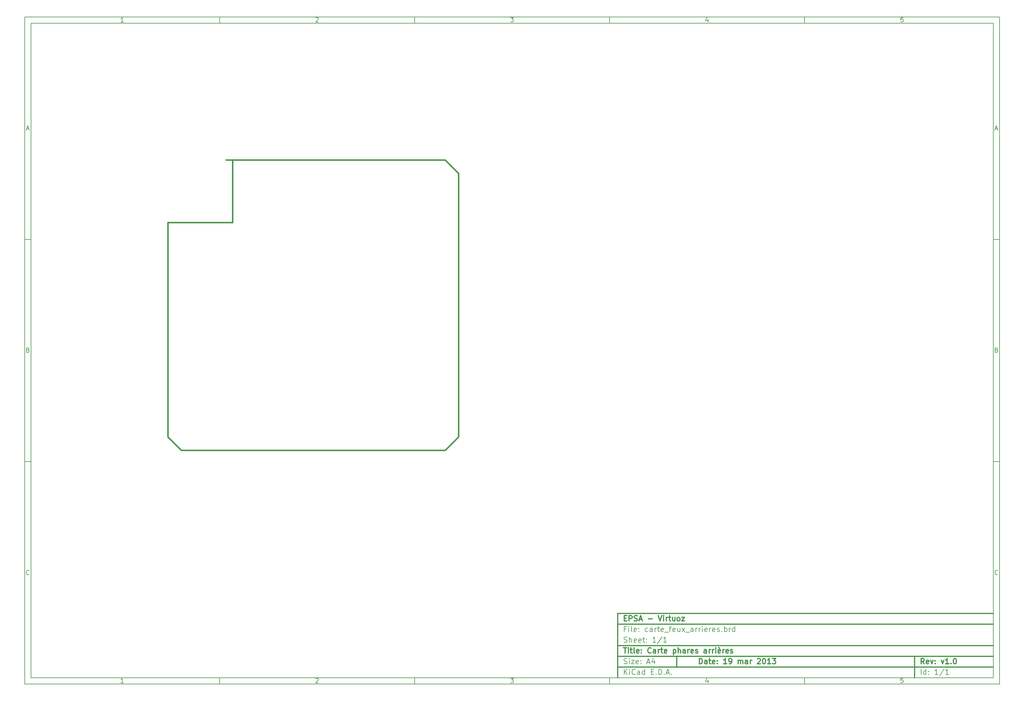
<source format=gbr>
G04 (created by PCBNEW-RS274X (2012-01-19 BZR 3256)-stable) date 19/03/2013 15:20:05*
G01*
G70*
G90*
%MOIN*%
G04 Gerber Fmt 3.4, Leading zero omitted, Abs format*
%FSLAX34Y34*%
G04 APERTURE LIST*
%ADD10C,0.006000*%
%ADD11C,0.012000*%
%ADD12C,0.015000*%
G04 APERTURE END LIST*
G54D10*
X04000Y-04000D02*
X113000Y-04000D01*
X113000Y-78670D01*
X04000Y-78670D01*
X04000Y-04000D01*
X04700Y-04700D02*
X112300Y-04700D01*
X112300Y-77970D01*
X04700Y-77970D01*
X04700Y-04700D01*
X25800Y-04000D02*
X25800Y-04700D01*
X15043Y-04552D02*
X14757Y-04552D01*
X14900Y-04552D02*
X14900Y-04052D01*
X14852Y-04124D01*
X14805Y-04171D01*
X14757Y-04195D01*
X25800Y-78670D02*
X25800Y-77970D01*
X15043Y-78522D02*
X14757Y-78522D01*
X14900Y-78522D02*
X14900Y-78022D01*
X14852Y-78094D01*
X14805Y-78141D01*
X14757Y-78165D01*
X47600Y-04000D02*
X47600Y-04700D01*
X36557Y-04100D02*
X36581Y-04076D01*
X36629Y-04052D01*
X36748Y-04052D01*
X36795Y-04076D01*
X36819Y-04100D01*
X36843Y-04148D01*
X36843Y-04195D01*
X36819Y-04267D01*
X36533Y-04552D01*
X36843Y-04552D01*
X47600Y-78670D02*
X47600Y-77970D01*
X36557Y-78070D02*
X36581Y-78046D01*
X36629Y-78022D01*
X36748Y-78022D01*
X36795Y-78046D01*
X36819Y-78070D01*
X36843Y-78118D01*
X36843Y-78165D01*
X36819Y-78237D01*
X36533Y-78522D01*
X36843Y-78522D01*
X69400Y-04000D02*
X69400Y-04700D01*
X58333Y-04052D02*
X58643Y-04052D01*
X58476Y-04243D01*
X58548Y-04243D01*
X58595Y-04267D01*
X58619Y-04290D01*
X58643Y-04338D01*
X58643Y-04457D01*
X58619Y-04505D01*
X58595Y-04529D01*
X58548Y-04552D01*
X58405Y-04552D01*
X58357Y-04529D01*
X58333Y-04505D01*
X69400Y-78670D02*
X69400Y-77970D01*
X58333Y-78022D02*
X58643Y-78022D01*
X58476Y-78213D01*
X58548Y-78213D01*
X58595Y-78237D01*
X58619Y-78260D01*
X58643Y-78308D01*
X58643Y-78427D01*
X58619Y-78475D01*
X58595Y-78499D01*
X58548Y-78522D01*
X58405Y-78522D01*
X58357Y-78499D01*
X58333Y-78475D01*
X91200Y-04000D02*
X91200Y-04700D01*
X80395Y-04219D02*
X80395Y-04552D01*
X80276Y-04029D02*
X80157Y-04386D01*
X80467Y-04386D01*
X91200Y-78670D02*
X91200Y-77970D01*
X80395Y-78189D02*
X80395Y-78522D01*
X80276Y-77999D02*
X80157Y-78356D01*
X80467Y-78356D01*
X102219Y-04052D02*
X101981Y-04052D01*
X101957Y-04290D01*
X101981Y-04267D01*
X102029Y-04243D01*
X102148Y-04243D01*
X102195Y-04267D01*
X102219Y-04290D01*
X102243Y-04338D01*
X102243Y-04457D01*
X102219Y-04505D01*
X102195Y-04529D01*
X102148Y-04552D01*
X102029Y-04552D01*
X101981Y-04529D01*
X101957Y-04505D01*
X102219Y-78022D02*
X101981Y-78022D01*
X101957Y-78260D01*
X101981Y-78237D01*
X102029Y-78213D01*
X102148Y-78213D01*
X102195Y-78237D01*
X102219Y-78260D01*
X102243Y-78308D01*
X102243Y-78427D01*
X102219Y-78475D01*
X102195Y-78499D01*
X102148Y-78522D01*
X102029Y-78522D01*
X101981Y-78499D01*
X101957Y-78475D01*
X04000Y-28890D02*
X04700Y-28890D01*
X04231Y-16510D02*
X04469Y-16510D01*
X04184Y-16652D02*
X04350Y-16152D01*
X04517Y-16652D01*
X113000Y-28890D02*
X112300Y-28890D01*
X112531Y-16510D02*
X112769Y-16510D01*
X112484Y-16652D02*
X112650Y-16152D01*
X112817Y-16652D01*
X04000Y-53780D02*
X04700Y-53780D01*
X04386Y-41280D02*
X04457Y-41304D01*
X04481Y-41328D01*
X04505Y-41376D01*
X04505Y-41447D01*
X04481Y-41495D01*
X04457Y-41519D01*
X04410Y-41542D01*
X04219Y-41542D01*
X04219Y-41042D01*
X04386Y-41042D01*
X04433Y-41066D01*
X04457Y-41090D01*
X04481Y-41138D01*
X04481Y-41185D01*
X04457Y-41233D01*
X04433Y-41257D01*
X04386Y-41280D01*
X04219Y-41280D01*
X113000Y-53780D02*
X112300Y-53780D01*
X112686Y-41280D02*
X112757Y-41304D01*
X112781Y-41328D01*
X112805Y-41376D01*
X112805Y-41447D01*
X112781Y-41495D01*
X112757Y-41519D01*
X112710Y-41542D01*
X112519Y-41542D01*
X112519Y-41042D01*
X112686Y-41042D01*
X112733Y-41066D01*
X112757Y-41090D01*
X112781Y-41138D01*
X112781Y-41185D01*
X112757Y-41233D01*
X112733Y-41257D01*
X112686Y-41280D01*
X112519Y-41280D01*
X04505Y-66385D02*
X04481Y-66409D01*
X04410Y-66432D01*
X04362Y-66432D01*
X04290Y-66409D01*
X04243Y-66361D01*
X04219Y-66313D01*
X04195Y-66218D01*
X04195Y-66147D01*
X04219Y-66051D01*
X04243Y-66004D01*
X04290Y-65956D01*
X04362Y-65932D01*
X04410Y-65932D01*
X04481Y-65956D01*
X04505Y-65980D01*
X112805Y-66385D02*
X112781Y-66409D01*
X112710Y-66432D01*
X112662Y-66432D01*
X112590Y-66409D01*
X112543Y-66361D01*
X112519Y-66313D01*
X112495Y-66218D01*
X112495Y-66147D01*
X112519Y-66051D01*
X112543Y-66004D01*
X112590Y-65956D01*
X112662Y-65932D01*
X112710Y-65932D01*
X112781Y-65956D01*
X112805Y-65980D01*
G54D11*
X79443Y-76413D02*
X79443Y-75813D01*
X79586Y-75813D01*
X79671Y-75841D01*
X79729Y-75899D01*
X79757Y-75956D01*
X79786Y-76070D01*
X79786Y-76156D01*
X79757Y-76270D01*
X79729Y-76327D01*
X79671Y-76384D01*
X79586Y-76413D01*
X79443Y-76413D01*
X80300Y-76413D02*
X80300Y-76099D01*
X80271Y-76041D01*
X80214Y-76013D01*
X80100Y-76013D01*
X80043Y-76041D01*
X80300Y-76384D02*
X80243Y-76413D01*
X80100Y-76413D01*
X80043Y-76384D01*
X80014Y-76327D01*
X80014Y-76270D01*
X80043Y-76213D01*
X80100Y-76184D01*
X80243Y-76184D01*
X80300Y-76156D01*
X80500Y-76013D02*
X80729Y-76013D01*
X80586Y-75813D02*
X80586Y-76327D01*
X80614Y-76384D01*
X80672Y-76413D01*
X80729Y-76413D01*
X81157Y-76384D02*
X81100Y-76413D01*
X80986Y-76413D01*
X80929Y-76384D01*
X80900Y-76327D01*
X80900Y-76099D01*
X80929Y-76041D01*
X80986Y-76013D01*
X81100Y-76013D01*
X81157Y-76041D01*
X81186Y-76099D01*
X81186Y-76156D01*
X80900Y-76213D01*
X81443Y-76356D02*
X81471Y-76384D01*
X81443Y-76413D01*
X81414Y-76384D01*
X81443Y-76356D01*
X81443Y-76413D01*
X81443Y-76041D02*
X81471Y-76070D01*
X81443Y-76099D01*
X81414Y-76070D01*
X81443Y-76041D01*
X81443Y-76099D01*
X82500Y-76413D02*
X82157Y-76413D01*
X82329Y-76413D02*
X82329Y-75813D01*
X82272Y-75899D01*
X82214Y-75956D01*
X82157Y-75984D01*
X82785Y-76413D02*
X82900Y-76413D01*
X82957Y-76384D01*
X82985Y-76356D01*
X83043Y-76270D01*
X83071Y-76156D01*
X83071Y-75927D01*
X83043Y-75870D01*
X83014Y-75841D01*
X82957Y-75813D01*
X82843Y-75813D01*
X82785Y-75841D01*
X82757Y-75870D01*
X82728Y-75927D01*
X82728Y-76070D01*
X82757Y-76127D01*
X82785Y-76156D01*
X82843Y-76184D01*
X82957Y-76184D01*
X83014Y-76156D01*
X83043Y-76127D01*
X83071Y-76070D01*
X83785Y-76413D02*
X83785Y-76013D01*
X83785Y-76070D02*
X83813Y-76041D01*
X83871Y-76013D01*
X83956Y-76013D01*
X84013Y-76041D01*
X84042Y-76099D01*
X84042Y-76413D01*
X84042Y-76099D02*
X84071Y-76041D01*
X84128Y-76013D01*
X84213Y-76013D01*
X84271Y-76041D01*
X84299Y-76099D01*
X84299Y-76413D01*
X84842Y-76413D02*
X84842Y-76099D01*
X84813Y-76041D01*
X84756Y-76013D01*
X84642Y-76013D01*
X84585Y-76041D01*
X84842Y-76384D02*
X84785Y-76413D01*
X84642Y-76413D01*
X84585Y-76384D01*
X84556Y-76327D01*
X84556Y-76270D01*
X84585Y-76213D01*
X84642Y-76184D01*
X84785Y-76184D01*
X84842Y-76156D01*
X85128Y-76413D02*
X85128Y-76013D01*
X85128Y-76127D02*
X85156Y-76070D01*
X85185Y-76041D01*
X85242Y-76013D01*
X85299Y-76013D01*
X85927Y-75870D02*
X85956Y-75841D01*
X86013Y-75813D01*
X86156Y-75813D01*
X86213Y-75841D01*
X86242Y-75870D01*
X86270Y-75927D01*
X86270Y-75984D01*
X86242Y-76070D01*
X85899Y-76413D01*
X86270Y-76413D01*
X86641Y-75813D02*
X86698Y-75813D01*
X86755Y-75841D01*
X86784Y-75870D01*
X86813Y-75927D01*
X86841Y-76041D01*
X86841Y-76184D01*
X86813Y-76299D01*
X86784Y-76356D01*
X86755Y-76384D01*
X86698Y-76413D01*
X86641Y-76413D01*
X86584Y-76384D01*
X86555Y-76356D01*
X86527Y-76299D01*
X86498Y-76184D01*
X86498Y-76041D01*
X86527Y-75927D01*
X86555Y-75870D01*
X86584Y-75841D01*
X86641Y-75813D01*
X87412Y-76413D02*
X87069Y-76413D01*
X87241Y-76413D02*
X87241Y-75813D01*
X87184Y-75899D01*
X87126Y-75956D01*
X87069Y-75984D01*
X87612Y-75813D02*
X87983Y-75813D01*
X87783Y-76041D01*
X87869Y-76041D01*
X87926Y-76070D01*
X87955Y-76099D01*
X87983Y-76156D01*
X87983Y-76299D01*
X87955Y-76356D01*
X87926Y-76384D01*
X87869Y-76413D01*
X87697Y-76413D01*
X87640Y-76384D01*
X87612Y-76356D01*
G54D10*
X71043Y-77613D02*
X71043Y-77013D01*
X71386Y-77613D02*
X71129Y-77270D01*
X71386Y-77013D02*
X71043Y-77356D01*
X71643Y-77613D02*
X71643Y-77213D01*
X71643Y-77013D02*
X71614Y-77041D01*
X71643Y-77070D01*
X71671Y-77041D01*
X71643Y-77013D01*
X71643Y-77070D01*
X72272Y-77556D02*
X72243Y-77584D01*
X72157Y-77613D01*
X72100Y-77613D01*
X72015Y-77584D01*
X71957Y-77527D01*
X71929Y-77470D01*
X71900Y-77356D01*
X71900Y-77270D01*
X71929Y-77156D01*
X71957Y-77099D01*
X72015Y-77041D01*
X72100Y-77013D01*
X72157Y-77013D01*
X72243Y-77041D01*
X72272Y-77070D01*
X72786Y-77613D02*
X72786Y-77299D01*
X72757Y-77241D01*
X72700Y-77213D01*
X72586Y-77213D01*
X72529Y-77241D01*
X72786Y-77584D02*
X72729Y-77613D01*
X72586Y-77613D01*
X72529Y-77584D01*
X72500Y-77527D01*
X72500Y-77470D01*
X72529Y-77413D01*
X72586Y-77384D01*
X72729Y-77384D01*
X72786Y-77356D01*
X73329Y-77613D02*
X73329Y-77013D01*
X73329Y-77584D02*
X73272Y-77613D01*
X73158Y-77613D01*
X73100Y-77584D01*
X73072Y-77556D01*
X73043Y-77499D01*
X73043Y-77327D01*
X73072Y-77270D01*
X73100Y-77241D01*
X73158Y-77213D01*
X73272Y-77213D01*
X73329Y-77241D01*
X74072Y-77299D02*
X74272Y-77299D01*
X74358Y-77613D02*
X74072Y-77613D01*
X74072Y-77013D01*
X74358Y-77013D01*
X74615Y-77556D02*
X74643Y-77584D01*
X74615Y-77613D01*
X74586Y-77584D01*
X74615Y-77556D01*
X74615Y-77613D01*
X74901Y-77613D02*
X74901Y-77013D01*
X75044Y-77013D01*
X75129Y-77041D01*
X75187Y-77099D01*
X75215Y-77156D01*
X75244Y-77270D01*
X75244Y-77356D01*
X75215Y-77470D01*
X75187Y-77527D01*
X75129Y-77584D01*
X75044Y-77613D01*
X74901Y-77613D01*
X75501Y-77556D02*
X75529Y-77584D01*
X75501Y-77613D01*
X75472Y-77584D01*
X75501Y-77556D01*
X75501Y-77613D01*
X75758Y-77441D02*
X76044Y-77441D01*
X75701Y-77613D02*
X75901Y-77013D01*
X76101Y-77613D01*
X76301Y-77556D02*
X76329Y-77584D01*
X76301Y-77613D01*
X76272Y-77584D01*
X76301Y-77556D01*
X76301Y-77613D01*
G54D11*
X104586Y-76413D02*
X104386Y-76127D01*
X104243Y-76413D02*
X104243Y-75813D01*
X104471Y-75813D01*
X104529Y-75841D01*
X104557Y-75870D01*
X104586Y-75927D01*
X104586Y-76013D01*
X104557Y-76070D01*
X104529Y-76099D01*
X104471Y-76127D01*
X104243Y-76127D01*
X105071Y-76384D02*
X105014Y-76413D01*
X104900Y-76413D01*
X104843Y-76384D01*
X104814Y-76327D01*
X104814Y-76099D01*
X104843Y-76041D01*
X104900Y-76013D01*
X105014Y-76013D01*
X105071Y-76041D01*
X105100Y-76099D01*
X105100Y-76156D01*
X104814Y-76213D01*
X105300Y-76013D02*
X105443Y-76413D01*
X105585Y-76013D01*
X105814Y-76356D02*
X105842Y-76384D01*
X105814Y-76413D01*
X105785Y-76384D01*
X105814Y-76356D01*
X105814Y-76413D01*
X105814Y-76041D02*
X105842Y-76070D01*
X105814Y-76099D01*
X105785Y-76070D01*
X105814Y-76041D01*
X105814Y-76099D01*
X106500Y-76013D02*
X106643Y-76413D01*
X106785Y-76013D01*
X107328Y-76413D02*
X106985Y-76413D01*
X107157Y-76413D02*
X107157Y-75813D01*
X107100Y-75899D01*
X107042Y-75956D01*
X106985Y-75984D01*
X107585Y-76356D02*
X107613Y-76384D01*
X107585Y-76413D01*
X107556Y-76384D01*
X107585Y-76356D01*
X107585Y-76413D01*
X107985Y-75813D02*
X108042Y-75813D01*
X108099Y-75841D01*
X108128Y-75870D01*
X108157Y-75927D01*
X108185Y-76041D01*
X108185Y-76184D01*
X108157Y-76299D01*
X108128Y-76356D01*
X108099Y-76384D01*
X108042Y-76413D01*
X107985Y-76413D01*
X107928Y-76384D01*
X107899Y-76356D01*
X107871Y-76299D01*
X107842Y-76184D01*
X107842Y-76041D01*
X107871Y-75927D01*
X107899Y-75870D01*
X107928Y-75841D01*
X107985Y-75813D01*
G54D10*
X71014Y-76384D02*
X71100Y-76413D01*
X71243Y-76413D01*
X71300Y-76384D01*
X71329Y-76356D01*
X71357Y-76299D01*
X71357Y-76241D01*
X71329Y-76184D01*
X71300Y-76156D01*
X71243Y-76127D01*
X71129Y-76099D01*
X71071Y-76070D01*
X71043Y-76041D01*
X71014Y-75984D01*
X71014Y-75927D01*
X71043Y-75870D01*
X71071Y-75841D01*
X71129Y-75813D01*
X71271Y-75813D01*
X71357Y-75841D01*
X71614Y-76413D02*
X71614Y-76013D01*
X71614Y-75813D02*
X71585Y-75841D01*
X71614Y-75870D01*
X71642Y-75841D01*
X71614Y-75813D01*
X71614Y-75870D01*
X71843Y-76013D02*
X72157Y-76013D01*
X71843Y-76413D01*
X72157Y-76413D01*
X72614Y-76384D02*
X72557Y-76413D01*
X72443Y-76413D01*
X72386Y-76384D01*
X72357Y-76327D01*
X72357Y-76099D01*
X72386Y-76041D01*
X72443Y-76013D01*
X72557Y-76013D01*
X72614Y-76041D01*
X72643Y-76099D01*
X72643Y-76156D01*
X72357Y-76213D01*
X72900Y-76356D02*
X72928Y-76384D01*
X72900Y-76413D01*
X72871Y-76384D01*
X72900Y-76356D01*
X72900Y-76413D01*
X72900Y-76041D02*
X72928Y-76070D01*
X72900Y-76099D01*
X72871Y-76070D01*
X72900Y-76041D01*
X72900Y-76099D01*
X73614Y-76241D02*
X73900Y-76241D01*
X73557Y-76413D02*
X73757Y-75813D01*
X73957Y-76413D01*
X74414Y-76013D02*
X74414Y-76413D01*
X74271Y-75784D02*
X74128Y-76213D01*
X74500Y-76213D01*
X104243Y-77613D02*
X104243Y-77013D01*
X104786Y-77613D02*
X104786Y-77013D01*
X104786Y-77584D02*
X104729Y-77613D01*
X104615Y-77613D01*
X104557Y-77584D01*
X104529Y-77556D01*
X104500Y-77499D01*
X104500Y-77327D01*
X104529Y-77270D01*
X104557Y-77241D01*
X104615Y-77213D01*
X104729Y-77213D01*
X104786Y-77241D01*
X105072Y-77556D02*
X105100Y-77584D01*
X105072Y-77613D01*
X105043Y-77584D01*
X105072Y-77556D01*
X105072Y-77613D01*
X105072Y-77241D02*
X105100Y-77270D01*
X105072Y-77299D01*
X105043Y-77270D01*
X105072Y-77241D01*
X105072Y-77299D01*
X106129Y-77613D02*
X105786Y-77613D01*
X105958Y-77613D02*
X105958Y-77013D01*
X105901Y-77099D01*
X105843Y-77156D01*
X105786Y-77184D01*
X106814Y-76984D02*
X106300Y-77756D01*
X107329Y-77613D02*
X106986Y-77613D01*
X107158Y-77613D02*
X107158Y-77013D01*
X107101Y-77099D01*
X107043Y-77156D01*
X106986Y-77184D01*
G54D11*
X70957Y-74613D02*
X71300Y-74613D01*
X71129Y-75213D02*
X71129Y-74613D01*
X71500Y-75213D02*
X71500Y-74813D01*
X71500Y-74613D02*
X71471Y-74641D01*
X71500Y-74670D01*
X71528Y-74641D01*
X71500Y-74613D01*
X71500Y-74670D01*
X71700Y-74813D02*
X71929Y-74813D01*
X71786Y-74613D02*
X71786Y-75127D01*
X71814Y-75184D01*
X71872Y-75213D01*
X71929Y-75213D01*
X72215Y-75213D02*
X72157Y-75184D01*
X72129Y-75127D01*
X72129Y-74613D01*
X72671Y-75184D02*
X72614Y-75213D01*
X72500Y-75213D01*
X72443Y-75184D01*
X72414Y-75127D01*
X72414Y-74899D01*
X72443Y-74841D01*
X72500Y-74813D01*
X72614Y-74813D01*
X72671Y-74841D01*
X72700Y-74899D01*
X72700Y-74956D01*
X72414Y-75013D01*
X72957Y-75156D02*
X72985Y-75184D01*
X72957Y-75213D01*
X72928Y-75184D01*
X72957Y-75156D01*
X72957Y-75213D01*
X72957Y-74841D02*
X72985Y-74870D01*
X72957Y-74899D01*
X72928Y-74870D01*
X72957Y-74841D01*
X72957Y-74899D01*
X74043Y-75156D02*
X74014Y-75184D01*
X73928Y-75213D01*
X73871Y-75213D01*
X73786Y-75184D01*
X73728Y-75127D01*
X73700Y-75070D01*
X73671Y-74956D01*
X73671Y-74870D01*
X73700Y-74756D01*
X73728Y-74699D01*
X73786Y-74641D01*
X73871Y-74613D01*
X73928Y-74613D01*
X74014Y-74641D01*
X74043Y-74670D01*
X74557Y-75213D02*
X74557Y-74899D01*
X74528Y-74841D01*
X74471Y-74813D01*
X74357Y-74813D01*
X74300Y-74841D01*
X74557Y-75184D02*
X74500Y-75213D01*
X74357Y-75213D01*
X74300Y-75184D01*
X74271Y-75127D01*
X74271Y-75070D01*
X74300Y-75013D01*
X74357Y-74984D01*
X74500Y-74984D01*
X74557Y-74956D01*
X74843Y-75213D02*
X74843Y-74813D01*
X74843Y-74927D02*
X74871Y-74870D01*
X74900Y-74841D01*
X74957Y-74813D01*
X75014Y-74813D01*
X75128Y-74813D02*
X75357Y-74813D01*
X75214Y-74613D02*
X75214Y-75127D01*
X75242Y-75184D01*
X75300Y-75213D01*
X75357Y-75213D01*
X75785Y-75184D02*
X75728Y-75213D01*
X75614Y-75213D01*
X75557Y-75184D01*
X75528Y-75127D01*
X75528Y-74899D01*
X75557Y-74841D01*
X75614Y-74813D01*
X75728Y-74813D01*
X75785Y-74841D01*
X75814Y-74899D01*
X75814Y-74956D01*
X75528Y-75013D01*
X76528Y-74813D02*
X76528Y-75413D01*
X76528Y-74841D02*
X76585Y-74813D01*
X76699Y-74813D01*
X76756Y-74841D01*
X76785Y-74870D01*
X76814Y-74927D01*
X76814Y-75099D01*
X76785Y-75156D01*
X76756Y-75184D01*
X76699Y-75213D01*
X76585Y-75213D01*
X76528Y-75184D01*
X77071Y-75213D02*
X77071Y-74613D01*
X77328Y-75213D02*
X77328Y-74899D01*
X77299Y-74841D01*
X77242Y-74813D01*
X77157Y-74813D01*
X77099Y-74841D01*
X77071Y-74870D01*
X77871Y-75213D02*
X77871Y-74899D01*
X77842Y-74841D01*
X77785Y-74813D01*
X77671Y-74813D01*
X77614Y-74841D01*
X77871Y-75184D02*
X77814Y-75213D01*
X77671Y-75213D01*
X77614Y-75184D01*
X77585Y-75127D01*
X77585Y-75070D01*
X77614Y-75013D01*
X77671Y-74984D01*
X77814Y-74984D01*
X77871Y-74956D01*
X78157Y-75213D02*
X78157Y-74813D01*
X78157Y-74927D02*
X78185Y-74870D01*
X78214Y-74841D01*
X78271Y-74813D01*
X78328Y-74813D01*
X78756Y-75184D02*
X78699Y-75213D01*
X78585Y-75213D01*
X78528Y-75184D01*
X78499Y-75127D01*
X78499Y-74899D01*
X78528Y-74841D01*
X78585Y-74813D01*
X78699Y-74813D01*
X78756Y-74841D01*
X78785Y-74899D01*
X78785Y-74956D01*
X78499Y-75013D01*
X79013Y-75184D02*
X79070Y-75213D01*
X79185Y-75213D01*
X79242Y-75184D01*
X79270Y-75127D01*
X79270Y-75099D01*
X79242Y-75041D01*
X79185Y-75013D01*
X79099Y-75013D01*
X79042Y-74984D01*
X79013Y-74927D01*
X79013Y-74899D01*
X79042Y-74841D01*
X79099Y-74813D01*
X79185Y-74813D01*
X79242Y-74841D01*
X80242Y-75213D02*
X80242Y-74899D01*
X80213Y-74841D01*
X80156Y-74813D01*
X80042Y-74813D01*
X79985Y-74841D01*
X80242Y-75184D02*
X80185Y-75213D01*
X80042Y-75213D01*
X79985Y-75184D01*
X79956Y-75127D01*
X79956Y-75070D01*
X79985Y-75013D01*
X80042Y-74984D01*
X80185Y-74984D01*
X80242Y-74956D01*
X80528Y-75213D02*
X80528Y-74813D01*
X80528Y-74927D02*
X80556Y-74870D01*
X80585Y-74841D01*
X80642Y-74813D01*
X80699Y-74813D01*
X80899Y-75213D02*
X80899Y-74813D01*
X80899Y-74927D02*
X80927Y-74870D01*
X80956Y-74841D01*
X81013Y-74813D01*
X81070Y-74813D01*
X81270Y-75213D02*
X81270Y-74813D01*
X81270Y-74613D02*
X81241Y-74641D01*
X81270Y-74670D01*
X81298Y-74641D01*
X81270Y-74613D01*
X81270Y-74670D01*
X81784Y-75184D02*
X81727Y-75213D01*
X81613Y-75213D01*
X81556Y-75184D01*
X81527Y-75127D01*
X81527Y-74899D01*
X81556Y-74841D01*
X81613Y-74813D01*
X81727Y-74813D01*
X81784Y-74841D01*
X81813Y-74899D01*
X81813Y-74956D01*
X81527Y-75013D01*
X81613Y-74584D02*
X81699Y-74670D01*
X82070Y-75213D02*
X82070Y-74813D01*
X82070Y-74927D02*
X82098Y-74870D01*
X82127Y-74841D01*
X82184Y-74813D01*
X82241Y-74813D01*
X82669Y-75184D02*
X82612Y-75213D01*
X82498Y-75213D01*
X82441Y-75184D01*
X82412Y-75127D01*
X82412Y-74899D01*
X82441Y-74841D01*
X82498Y-74813D01*
X82612Y-74813D01*
X82669Y-74841D01*
X82698Y-74899D01*
X82698Y-74956D01*
X82412Y-75013D01*
X82926Y-75184D02*
X82983Y-75213D01*
X83098Y-75213D01*
X83155Y-75184D01*
X83183Y-75127D01*
X83183Y-75099D01*
X83155Y-75041D01*
X83098Y-75013D01*
X83012Y-75013D01*
X82955Y-74984D01*
X82926Y-74927D01*
X82926Y-74899D01*
X82955Y-74841D01*
X83012Y-74813D01*
X83098Y-74813D01*
X83155Y-74841D01*
G54D10*
X71243Y-72499D02*
X71043Y-72499D01*
X71043Y-72813D02*
X71043Y-72213D01*
X71329Y-72213D01*
X71557Y-72813D02*
X71557Y-72413D01*
X71557Y-72213D02*
X71528Y-72241D01*
X71557Y-72270D01*
X71585Y-72241D01*
X71557Y-72213D01*
X71557Y-72270D01*
X71929Y-72813D02*
X71871Y-72784D01*
X71843Y-72727D01*
X71843Y-72213D01*
X72385Y-72784D02*
X72328Y-72813D01*
X72214Y-72813D01*
X72157Y-72784D01*
X72128Y-72727D01*
X72128Y-72499D01*
X72157Y-72441D01*
X72214Y-72413D01*
X72328Y-72413D01*
X72385Y-72441D01*
X72414Y-72499D01*
X72414Y-72556D01*
X72128Y-72613D01*
X72671Y-72756D02*
X72699Y-72784D01*
X72671Y-72813D01*
X72642Y-72784D01*
X72671Y-72756D01*
X72671Y-72813D01*
X72671Y-72441D02*
X72699Y-72470D01*
X72671Y-72499D01*
X72642Y-72470D01*
X72671Y-72441D01*
X72671Y-72499D01*
X73671Y-72784D02*
X73614Y-72813D01*
X73500Y-72813D01*
X73442Y-72784D01*
X73414Y-72756D01*
X73385Y-72699D01*
X73385Y-72527D01*
X73414Y-72470D01*
X73442Y-72441D01*
X73500Y-72413D01*
X73614Y-72413D01*
X73671Y-72441D01*
X74185Y-72813D02*
X74185Y-72499D01*
X74156Y-72441D01*
X74099Y-72413D01*
X73985Y-72413D01*
X73928Y-72441D01*
X74185Y-72784D02*
X74128Y-72813D01*
X73985Y-72813D01*
X73928Y-72784D01*
X73899Y-72727D01*
X73899Y-72670D01*
X73928Y-72613D01*
X73985Y-72584D01*
X74128Y-72584D01*
X74185Y-72556D01*
X74471Y-72813D02*
X74471Y-72413D01*
X74471Y-72527D02*
X74499Y-72470D01*
X74528Y-72441D01*
X74585Y-72413D01*
X74642Y-72413D01*
X74756Y-72413D02*
X74985Y-72413D01*
X74842Y-72213D02*
X74842Y-72727D01*
X74870Y-72784D01*
X74928Y-72813D01*
X74985Y-72813D01*
X75413Y-72784D02*
X75356Y-72813D01*
X75242Y-72813D01*
X75185Y-72784D01*
X75156Y-72727D01*
X75156Y-72499D01*
X75185Y-72441D01*
X75242Y-72413D01*
X75356Y-72413D01*
X75413Y-72441D01*
X75442Y-72499D01*
X75442Y-72556D01*
X75156Y-72613D01*
X75556Y-72870D02*
X76013Y-72870D01*
X76070Y-72413D02*
X76299Y-72413D01*
X76156Y-72813D02*
X76156Y-72299D01*
X76184Y-72241D01*
X76242Y-72213D01*
X76299Y-72213D01*
X76727Y-72784D02*
X76670Y-72813D01*
X76556Y-72813D01*
X76499Y-72784D01*
X76470Y-72727D01*
X76470Y-72499D01*
X76499Y-72441D01*
X76556Y-72413D01*
X76670Y-72413D01*
X76727Y-72441D01*
X76756Y-72499D01*
X76756Y-72556D01*
X76470Y-72613D01*
X77270Y-72413D02*
X77270Y-72813D01*
X77013Y-72413D02*
X77013Y-72727D01*
X77041Y-72784D01*
X77099Y-72813D01*
X77184Y-72813D01*
X77241Y-72784D01*
X77270Y-72756D01*
X77499Y-72813D02*
X77813Y-72413D01*
X77499Y-72413D02*
X77813Y-72813D01*
X77899Y-72870D02*
X78356Y-72870D01*
X78756Y-72813D02*
X78756Y-72499D01*
X78727Y-72441D01*
X78670Y-72413D01*
X78556Y-72413D01*
X78499Y-72441D01*
X78756Y-72784D02*
X78699Y-72813D01*
X78556Y-72813D01*
X78499Y-72784D01*
X78470Y-72727D01*
X78470Y-72670D01*
X78499Y-72613D01*
X78556Y-72584D01*
X78699Y-72584D01*
X78756Y-72556D01*
X79042Y-72813D02*
X79042Y-72413D01*
X79042Y-72527D02*
X79070Y-72470D01*
X79099Y-72441D01*
X79156Y-72413D01*
X79213Y-72413D01*
X79413Y-72813D02*
X79413Y-72413D01*
X79413Y-72527D02*
X79441Y-72470D01*
X79470Y-72441D01*
X79527Y-72413D01*
X79584Y-72413D01*
X79784Y-72813D02*
X79784Y-72413D01*
X79784Y-72213D02*
X79755Y-72241D01*
X79784Y-72270D01*
X79812Y-72241D01*
X79784Y-72213D01*
X79784Y-72270D01*
X80298Y-72784D02*
X80241Y-72813D01*
X80127Y-72813D01*
X80070Y-72784D01*
X80041Y-72727D01*
X80041Y-72499D01*
X80070Y-72441D01*
X80127Y-72413D01*
X80241Y-72413D01*
X80298Y-72441D01*
X80327Y-72499D01*
X80327Y-72556D01*
X80041Y-72613D01*
X80584Y-72813D02*
X80584Y-72413D01*
X80584Y-72527D02*
X80612Y-72470D01*
X80641Y-72441D01*
X80698Y-72413D01*
X80755Y-72413D01*
X81183Y-72784D02*
X81126Y-72813D01*
X81012Y-72813D01*
X80955Y-72784D01*
X80926Y-72727D01*
X80926Y-72499D01*
X80955Y-72441D01*
X81012Y-72413D01*
X81126Y-72413D01*
X81183Y-72441D01*
X81212Y-72499D01*
X81212Y-72556D01*
X80926Y-72613D01*
X81440Y-72784D02*
X81497Y-72813D01*
X81612Y-72813D01*
X81669Y-72784D01*
X81697Y-72727D01*
X81697Y-72699D01*
X81669Y-72641D01*
X81612Y-72613D01*
X81526Y-72613D01*
X81469Y-72584D01*
X81440Y-72527D01*
X81440Y-72499D01*
X81469Y-72441D01*
X81526Y-72413D01*
X81612Y-72413D01*
X81669Y-72441D01*
X81955Y-72756D02*
X81983Y-72784D01*
X81955Y-72813D01*
X81926Y-72784D01*
X81955Y-72756D01*
X81955Y-72813D01*
X82241Y-72813D02*
X82241Y-72213D01*
X82241Y-72441D02*
X82298Y-72413D01*
X82412Y-72413D01*
X82469Y-72441D01*
X82498Y-72470D01*
X82527Y-72527D01*
X82527Y-72699D01*
X82498Y-72756D01*
X82469Y-72784D01*
X82412Y-72813D01*
X82298Y-72813D01*
X82241Y-72784D01*
X82784Y-72813D02*
X82784Y-72413D01*
X82784Y-72527D02*
X82812Y-72470D01*
X82841Y-72441D01*
X82898Y-72413D01*
X82955Y-72413D01*
X83412Y-72813D02*
X83412Y-72213D01*
X83412Y-72784D02*
X83355Y-72813D01*
X83241Y-72813D01*
X83183Y-72784D01*
X83155Y-72756D01*
X83126Y-72699D01*
X83126Y-72527D01*
X83155Y-72470D01*
X83183Y-72441D01*
X83241Y-72413D01*
X83355Y-72413D01*
X83412Y-72441D01*
X71014Y-73984D02*
X71100Y-74013D01*
X71243Y-74013D01*
X71300Y-73984D01*
X71329Y-73956D01*
X71357Y-73899D01*
X71357Y-73841D01*
X71329Y-73784D01*
X71300Y-73756D01*
X71243Y-73727D01*
X71129Y-73699D01*
X71071Y-73670D01*
X71043Y-73641D01*
X71014Y-73584D01*
X71014Y-73527D01*
X71043Y-73470D01*
X71071Y-73441D01*
X71129Y-73413D01*
X71271Y-73413D01*
X71357Y-73441D01*
X71614Y-74013D02*
X71614Y-73413D01*
X71871Y-74013D02*
X71871Y-73699D01*
X71842Y-73641D01*
X71785Y-73613D01*
X71700Y-73613D01*
X71642Y-73641D01*
X71614Y-73670D01*
X72385Y-73984D02*
X72328Y-74013D01*
X72214Y-74013D01*
X72157Y-73984D01*
X72128Y-73927D01*
X72128Y-73699D01*
X72157Y-73641D01*
X72214Y-73613D01*
X72328Y-73613D01*
X72385Y-73641D01*
X72414Y-73699D01*
X72414Y-73756D01*
X72128Y-73813D01*
X72899Y-73984D02*
X72842Y-74013D01*
X72728Y-74013D01*
X72671Y-73984D01*
X72642Y-73927D01*
X72642Y-73699D01*
X72671Y-73641D01*
X72728Y-73613D01*
X72842Y-73613D01*
X72899Y-73641D01*
X72928Y-73699D01*
X72928Y-73756D01*
X72642Y-73813D01*
X73099Y-73613D02*
X73328Y-73613D01*
X73185Y-73413D02*
X73185Y-73927D01*
X73213Y-73984D01*
X73271Y-74013D01*
X73328Y-74013D01*
X73528Y-73956D02*
X73556Y-73984D01*
X73528Y-74013D01*
X73499Y-73984D01*
X73528Y-73956D01*
X73528Y-74013D01*
X73528Y-73641D02*
X73556Y-73670D01*
X73528Y-73699D01*
X73499Y-73670D01*
X73528Y-73641D01*
X73528Y-73699D01*
X74585Y-74013D02*
X74242Y-74013D01*
X74414Y-74013D02*
X74414Y-73413D01*
X74357Y-73499D01*
X74299Y-73556D01*
X74242Y-73584D01*
X75270Y-73384D02*
X74756Y-74156D01*
X75785Y-74013D02*
X75442Y-74013D01*
X75614Y-74013D02*
X75614Y-73413D01*
X75557Y-73499D01*
X75499Y-73556D01*
X75442Y-73584D01*
G54D11*
X71043Y-71299D02*
X71243Y-71299D01*
X71329Y-71613D02*
X71043Y-71613D01*
X71043Y-71013D01*
X71329Y-71013D01*
X71586Y-71613D02*
X71586Y-71013D01*
X71814Y-71013D01*
X71872Y-71041D01*
X71900Y-71070D01*
X71929Y-71127D01*
X71929Y-71213D01*
X71900Y-71270D01*
X71872Y-71299D01*
X71814Y-71327D01*
X71586Y-71327D01*
X72157Y-71584D02*
X72243Y-71613D01*
X72386Y-71613D01*
X72443Y-71584D01*
X72472Y-71556D01*
X72500Y-71499D01*
X72500Y-71441D01*
X72472Y-71384D01*
X72443Y-71356D01*
X72386Y-71327D01*
X72272Y-71299D01*
X72214Y-71270D01*
X72186Y-71241D01*
X72157Y-71184D01*
X72157Y-71127D01*
X72186Y-71070D01*
X72214Y-71041D01*
X72272Y-71013D01*
X72414Y-71013D01*
X72500Y-71041D01*
X72728Y-71441D02*
X73014Y-71441D01*
X72671Y-71613D02*
X72871Y-71013D01*
X73071Y-71613D01*
X73728Y-71384D02*
X74185Y-71384D01*
X74842Y-71013D02*
X75042Y-71613D01*
X75242Y-71013D01*
X75442Y-71613D02*
X75442Y-71213D01*
X75442Y-71013D02*
X75413Y-71041D01*
X75442Y-71070D01*
X75470Y-71041D01*
X75442Y-71013D01*
X75442Y-71070D01*
X75728Y-71613D02*
X75728Y-71213D01*
X75728Y-71327D02*
X75756Y-71270D01*
X75785Y-71241D01*
X75842Y-71213D01*
X75899Y-71213D01*
X76013Y-71213D02*
X76242Y-71213D01*
X76099Y-71013D02*
X76099Y-71527D01*
X76127Y-71584D01*
X76185Y-71613D01*
X76242Y-71613D01*
X76699Y-71213D02*
X76699Y-71613D01*
X76442Y-71213D02*
X76442Y-71527D01*
X76470Y-71584D01*
X76528Y-71613D01*
X76613Y-71613D01*
X76670Y-71584D01*
X76699Y-71556D01*
X77071Y-71613D02*
X77013Y-71584D01*
X76985Y-71556D01*
X76956Y-71499D01*
X76956Y-71327D01*
X76985Y-71270D01*
X77013Y-71241D01*
X77071Y-71213D01*
X77156Y-71213D01*
X77213Y-71241D01*
X77242Y-71270D01*
X77271Y-71327D01*
X77271Y-71499D01*
X77242Y-71556D01*
X77213Y-71584D01*
X77156Y-71613D01*
X77071Y-71613D01*
X77471Y-71213D02*
X77785Y-71213D01*
X77471Y-71613D01*
X77785Y-71613D01*
X70300Y-70770D02*
X70300Y-77970D01*
X70300Y-71970D02*
X112300Y-71970D01*
X70300Y-70770D02*
X112300Y-70770D01*
X70300Y-74370D02*
X112300Y-74370D01*
X103500Y-75570D02*
X103500Y-77970D01*
X70300Y-76770D02*
X112300Y-76770D01*
X70300Y-75570D02*
X112300Y-75570D01*
X76900Y-75570D02*
X76900Y-76770D01*
G54D12*
X20000Y-27000D02*
X20750Y-27000D01*
X20000Y-51000D02*
X20000Y-27000D01*
X51000Y-52500D02*
X21500Y-52500D01*
X52500Y-21500D02*
X52500Y-51000D01*
X26500Y-20000D02*
X51000Y-20000D01*
X51000Y-20000D02*
X52500Y-21500D01*
X51000Y-52500D02*
X52500Y-51000D01*
X20000Y-51000D02*
X21500Y-52500D01*
X27250Y-27000D02*
X27250Y-20000D01*
X20750Y-27000D02*
X27250Y-27000D01*
M02*

</source>
